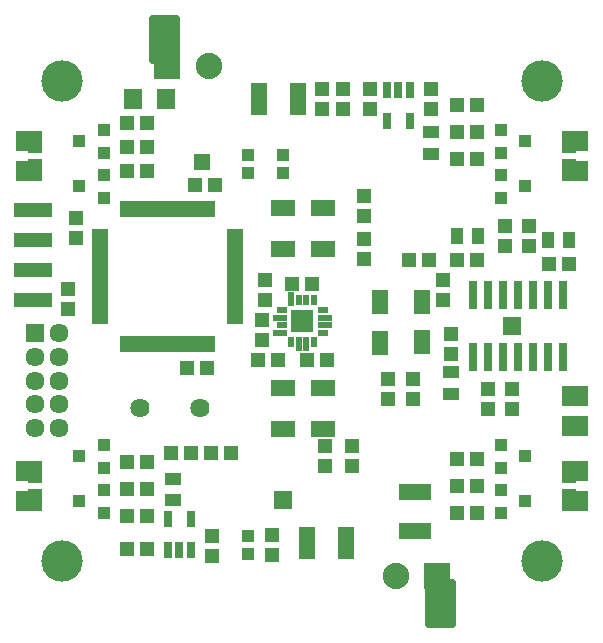
<source format=gts>
G75*
G70*
%OFA0B0*%
%FSLAX24Y24*%
%IPPOS*%
%LPD*%
%AMOC8*
5,1,8,0,0,1.08239X$1,22.5*
%
%ADD10R,0.0552X0.0198*%
%ADD11R,0.0198X0.0552*%
%ADD12R,0.0769X0.0769*%
%ADD13R,0.0226X0.0336*%
%ADD14R,0.0456X0.0226*%
%ADD15R,0.0336X0.0226*%
%ADD16R,0.0226X0.0456*%
%ADD17R,0.0226X0.0376*%
%ADD18R,0.0552X0.1064*%
%ADD19R,0.0552X0.0395*%
%ADD20R,0.0840X0.0580*%
%ADD21R,0.0580X0.0840*%
%ADD22R,0.0434X0.0395*%
%ADD23R,0.0474X0.0513*%
%ADD24R,0.0867X0.0671*%
%ADD25R,0.0513X0.0474*%
%ADD26C,0.1380*%
%ADD27R,0.0880X0.0880*%
%ADD28C,0.0880*%
%ADD29R,0.0635X0.0635*%
%ADD30C,0.0635*%
%ADD31R,0.1261X0.0474*%
%ADD32R,0.0316X0.0946*%
%ADD33R,0.0395X0.0552*%
%ADD34C,0.0256*%
%ADD35R,0.0297X0.0552*%
%ADD36C,0.0640*%
%ADD37R,0.0395X0.0395*%
%ADD38R,0.1064X0.0552*%
%ADD39R,0.0631X0.0710*%
%ADD40R,0.0595X0.0595*%
%ADD41R,0.0634X0.0634*%
%ADD42R,0.0556X0.0556*%
D10*
X004872Y011882D03*
X004872Y012079D03*
X004872Y012276D03*
X004872Y012473D03*
X004872Y012669D03*
X004872Y012866D03*
X004872Y013063D03*
X004872Y013260D03*
X004872Y013457D03*
X004872Y013654D03*
X004872Y013851D03*
X004872Y014047D03*
X004872Y014244D03*
X004872Y014441D03*
X004872Y014638D03*
X004872Y014835D03*
X009361Y014835D03*
X009361Y014638D03*
X009361Y014441D03*
X009361Y014244D03*
X009361Y014047D03*
X009361Y013851D03*
X009361Y013654D03*
X009361Y013457D03*
X009361Y013260D03*
X009361Y013063D03*
X009361Y012866D03*
X009361Y012669D03*
X009361Y012473D03*
X009361Y012276D03*
X009361Y012079D03*
X009361Y011882D03*
D11*
X008593Y011114D03*
X008396Y011114D03*
X008199Y011114D03*
X008002Y011114D03*
X007806Y011114D03*
X007609Y011114D03*
X007412Y011114D03*
X007215Y011114D03*
X007018Y011114D03*
X006821Y011114D03*
X006624Y011114D03*
X006428Y011114D03*
X006231Y011114D03*
X006034Y011114D03*
X005837Y011114D03*
X005640Y011114D03*
X005640Y015603D03*
X005837Y015603D03*
X006034Y015603D03*
X006231Y015603D03*
X006428Y015603D03*
X006624Y015603D03*
X006821Y015603D03*
X007018Y015603D03*
X007215Y015603D03*
X007412Y015603D03*
X007609Y015603D03*
X007806Y015603D03*
X008002Y015603D03*
X008199Y015603D03*
X008396Y015603D03*
X008593Y015603D03*
D12*
X011617Y011858D03*
D13*
X011744Y011169D03*
X011744Y011052D03*
X011489Y011053D03*
X011489Y011169D03*
X011233Y011169D03*
X012000Y011169D03*
D14*
X012366Y011730D03*
X012366Y011986D03*
X010868Y011986D03*
X010868Y011475D03*
D15*
X010928Y011730D03*
X010928Y012242D03*
X012306Y012242D03*
X012306Y011475D03*
D16*
X011233Y012607D03*
D17*
X011489Y012567D03*
X011744Y012567D03*
X012000Y012567D03*
D18*
X011466Y019258D03*
X010167Y019258D03*
X011767Y004458D03*
X013066Y004458D03*
D19*
X016567Y009454D03*
X016567Y010163D03*
X015917Y017454D03*
X015917Y018163D03*
X007317Y006613D03*
X007317Y005904D03*
D20*
X010969Y008258D03*
X012322Y008258D03*
X012311Y009638D03*
X010969Y009640D03*
X010969Y014258D03*
X010969Y015640D03*
X012311Y015638D03*
X012322Y014258D03*
D21*
X014216Y012506D03*
X014216Y011153D03*
X015596Y011164D03*
X015598Y012506D03*
D22*
X018223Y015984D03*
X018223Y016732D03*
X018223Y017484D03*
X018223Y018232D03*
X019050Y017858D03*
X019050Y016358D03*
X018223Y007732D03*
X018223Y006984D03*
X018223Y006232D03*
X018223Y005484D03*
X019050Y005858D03*
X019050Y007358D03*
X005010Y006984D03*
X005010Y007732D03*
X004183Y007358D03*
X005010Y006232D03*
X005010Y005484D03*
X004183Y005858D03*
X005010Y015984D03*
X005010Y016732D03*
X005010Y017484D03*
X005010Y018232D03*
X004183Y017858D03*
X004183Y016358D03*
D23*
X004067Y015293D03*
X004067Y014624D03*
X003817Y012943D03*
X003817Y012274D03*
X002717Y017024D03*
X002717Y017693D03*
X010267Y011893D03*
X010267Y011224D03*
X010367Y012574D03*
X010367Y013243D03*
X013667Y013924D03*
X013667Y014593D03*
X013667Y015374D03*
X013667Y016043D03*
X013867Y018924D03*
X013867Y019593D03*
X012967Y019593D03*
X012967Y018924D03*
X012267Y018924D03*
X012267Y019593D03*
X015917Y019593D03*
X015917Y018924D03*
X018367Y015043D03*
X018367Y014374D03*
X019167Y014374D03*
X019167Y015043D03*
X020517Y017024D03*
X020517Y017693D03*
X016317Y013243D03*
X016317Y012574D03*
X016567Y011443D03*
X016567Y010774D03*
X015317Y009943D03*
X015317Y009274D03*
X014467Y009274D03*
X014467Y009943D03*
X013267Y007693D03*
X013267Y007024D03*
X012367Y007024D03*
X012367Y007693D03*
X010617Y004743D03*
X010617Y004074D03*
X008617Y004024D03*
X008617Y004693D03*
X002717Y006024D03*
X002717Y006693D03*
X017817Y008924D03*
X017817Y009593D03*
X018617Y009593D03*
X018617Y008924D03*
X020517Y006693D03*
X020517Y006024D03*
D24*
X020717Y005858D03*
X020717Y006858D03*
X020717Y008358D03*
X020717Y009358D03*
X020717Y016858D03*
X020717Y017858D03*
X002517Y017858D03*
X002517Y016858D03*
X002517Y006858D03*
X002517Y005858D03*
D25*
X005782Y006258D03*
X006451Y006258D03*
X006451Y005358D03*
X005782Y005358D03*
X005782Y004258D03*
X006451Y004258D03*
X006451Y007158D03*
X005782Y007158D03*
X007232Y007458D03*
X007901Y007458D03*
X008582Y007458D03*
X009251Y007458D03*
X008451Y010308D03*
X007782Y010308D03*
X010132Y010558D03*
X010801Y010558D03*
X011782Y010558D03*
X012451Y010558D03*
X011951Y013108D03*
X011282Y013108D03*
X008701Y016408D03*
X008032Y016408D03*
X006451Y016858D03*
X005782Y016858D03*
X005782Y017658D03*
X006451Y017658D03*
X006451Y018458D03*
X005782Y018458D03*
X015182Y013908D03*
X015851Y013908D03*
X016782Y013908D03*
X017451Y013908D03*
X019832Y013758D03*
X020501Y013758D03*
X017451Y017258D03*
X016782Y017258D03*
X016782Y018158D03*
X017451Y018158D03*
X017451Y019058D03*
X016782Y019058D03*
X016782Y007258D03*
X017451Y007258D03*
X017451Y006358D03*
X016782Y006358D03*
X016782Y005458D03*
X017451Y005458D03*
D26*
X003617Y003858D03*
X003617Y019858D03*
X019617Y019858D03*
X019617Y003858D03*
D27*
X016117Y003358D03*
X007117Y020358D03*
D28*
X008494Y020358D03*
X014739Y003358D03*
D29*
X002717Y011458D03*
D30*
X002717Y010671D03*
X003504Y010671D03*
X003504Y011458D03*
X003504Y009884D03*
X003504Y009096D03*
X003504Y008309D03*
X002717Y008309D03*
X002717Y009096D03*
X002717Y009884D03*
D31*
X002648Y012558D03*
X002648Y013558D03*
X002648Y014558D03*
X002648Y015558D03*
D32*
X017317Y012732D03*
X017817Y012732D03*
X018317Y012732D03*
X018817Y012732D03*
X019317Y012732D03*
X019817Y012732D03*
X020317Y012732D03*
X020317Y010685D03*
X019817Y010685D03*
X019317Y010685D03*
X018817Y010685D03*
X018317Y010685D03*
X017817Y010685D03*
X017317Y010685D03*
D33*
X019812Y014558D03*
X020521Y014558D03*
X017471Y014708D03*
X016762Y014708D03*
D34*
X007401Y020579D02*
X007401Y021937D01*
X007401Y020579D02*
X006633Y020579D01*
X006633Y021937D01*
X007401Y021937D01*
X007401Y020834D02*
X006633Y020834D01*
X006633Y021089D02*
X007401Y021089D01*
X007401Y021344D02*
X006633Y021344D01*
X006633Y021599D02*
X007401Y021599D01*
X007401Y021854D02*
X006633Y021854D01*
X015833Y003137D02*
X015833Y001779D01*
X015833Y003137D02*
X016601Y003137D01*
X016601Y001779D01*
X015833Y001779D01*
X015833Y002034D02*
X016601Y002034D01*
X016601Y002289D02*
X015833Y002289D01*
X015833Y002544D02*
X016601Y002544D01*
X016601Y002799D02*
X015833Y002799D01*
X015833Y003054D02*
X016601Y003054D01*
D35*
X007891Y004247D03*
X007517Y004247D03*
X007143Y004247D03*
X007143Y005270D03*
X007891Y005270D03*
X014443Y018547D03*
X015191Y018547D03*
X015191Y019570D03*
X014817Y019570D03*
X014443Y019570D03*
D36*
X008217Y008958D03*
X006217Y008958D03*
D37*
X009817Y004704D03*
X009817Y004113D03*
X009817Y016813D03*
X009817Y017404D03*
X010967Y017404D03*
X010967Y016813D03*
D38*
X015367Y006158D03*
X015367Y004859D03*
D39*
X007068Y019258D03*
X005965Y019258D03*
D40*
X018617Y011708D03*
D41*
X010967Y005908D03*
D42*
X008267Y017158D03*
M02*

</source>
